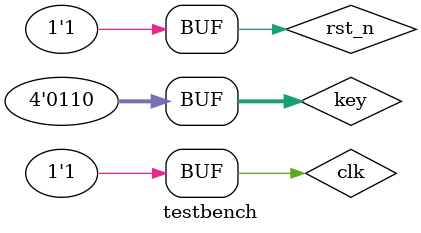
<source format=v>
`timescale 1ns/1ns
module testbench();

    reg       clk,rst_n;
    reg[3:0]  col;
    wire[3:0] row;
    wire[5:0] DIG;
    wire      TXD;
    wire      A,B,C,D,E,F,G,DP;
    wire      LED;

    reg[3:0] key;

    e902SoC core(
        .clk(clk),
        .rst_n(rst_n),
        .RXD(1'b1),
        .TXD(TXD),
        .col_in(col),
        .row(row),
        .DIG(DIG),
        .A(A),
        .B(B),
        .C(C),
        .D(D),
        .E(E),
        .F(F),
        .G(G),
        .DP(DP),
        .LED(LED)
    );

    always @(*) begin
        case(key)
            4'h0: col = {3'b111,~(row == 4'b1110)};
            4'h1: col = {2'b11,~(row == 4'b1110),1'b1};
            4'h2: col = {1'b1,~(row == 4'b1110),2'b11};
            4'h3: col = {~(row == 4'b1110),3'b111};    
            4'h4: col = {3'b111,~(row == 4'b1101)};
            4'h5: col = {2'b11,~(row == 4'b1101),1'b1};
            4'h6: col = {1'b1,~(row == 4'b1101),2'b11};
            4'h7: col = {~(row == 4'b1101),3'b111};    
            4'h8: col = {3'b111,~(row == 4'b1011)};
            4'h9: col = {2'b11,~(row == 4'b1011),1'b1};
            4'ha: col = {1'b1,~(row == 4'b1011),2'b11};
            4'hb: col = {~(row == 4'b1011),3'b111};    
            4'hc: col = {3'b111,~(row == 4'b0111)};
            4'hd: col = {2'b11,~(row == 4'b0111),1'b1};
            4'he: col = {1'b1,~(row == 4'b0111),2'b11};
            4'hf: col = {~(row == 4'b0111),3'b111};    
            default: col = 4'b1111;
        endcase
    end

    always begin
        clk=0;
        #10;
        clk=1;
        #10;
    end

    initial begin
        rst_n=0;
        #100;
        rst_n=1;
    end

initial begin
        key = 0;
        #1000000;
        key = 4;
        #1000000;
        key = 5;
        #1000000;
        key = 6;
    end



endmodule
</source>
